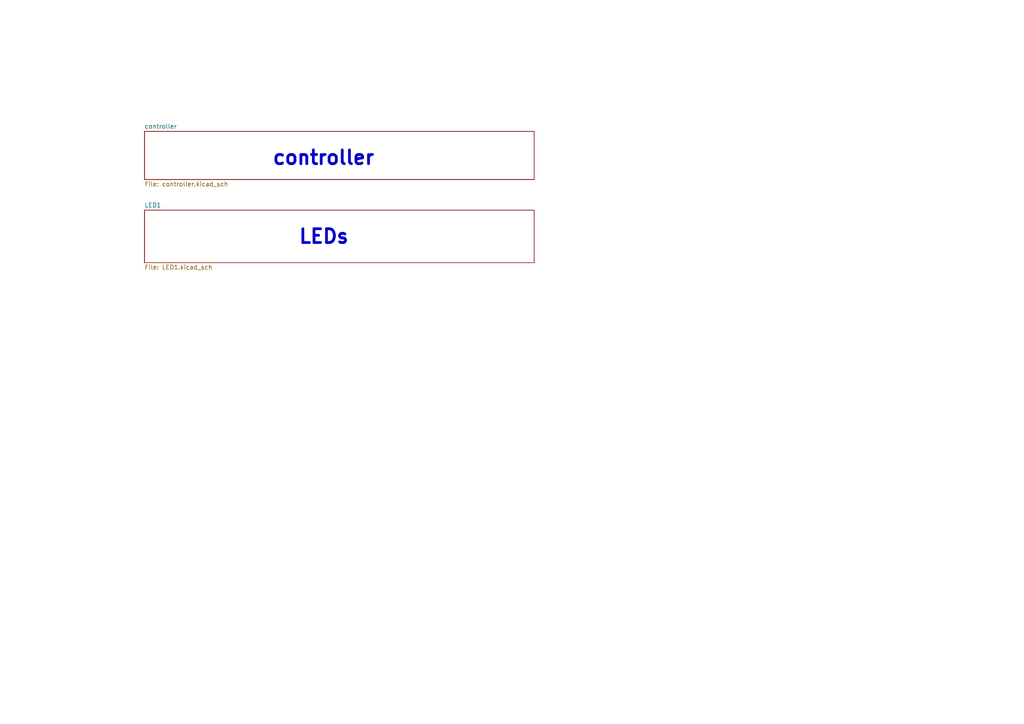
<source format=kicad_sch>
(kicad_sch (version 20230121) (generator eeschema)
  (paper "A4")
  (lib_symbols)
  (text "LEDs" (at 86.36 71.12 0) (effects (font (size 4 4) (thickness 0.8) bold) (justify left bottom)))
  (text "controller" (at 78.74 48.26 0) (effects (font (size 4 4) (thickness 0.8) bold) (justify left bottom)))
  (sheet (at 41.91 60.96) (size 113.03 15.24) (stroke (width 0.1524))
    (property "Sheetname" "LED1" (at 41.91 60.2484 0) (effects (justify left bottom)))
    (property "Sheetfile" "LED1.kicad_sch" (at 41.91 76.7846 0) (effects (justify left top)))
  )
  (sheet (at 41.91 38.1) (size 113.03 13.97) (stroke (width 0.1524))
    (property "Sheetname" "controller" (at 41.91 37.3884 0) (effects (justify left bottom)))
    (property "Sheetfile" "controller.kicad_sch" (at 41.91 52.6546 0) (effects (justify left top)))
  )
)
</source>
